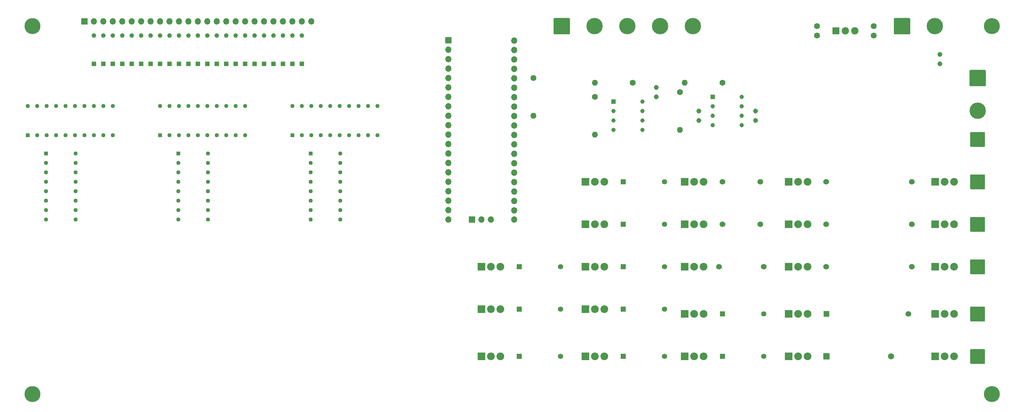
<source format=gbs>
%TF.GenerationSoftware,KiCad,Pcbnew,(5.1.12)-1*%
%TF.CreationDate,2022-01-28T10:52:39+13:00*%
%TF.ProjectId,switch_board,73776974-6368-45f6-926f-6172642e6b69,rev?*%
%TF.SameCoordinates,Original*%
%TF.FileFunction,Soldermask,Bot*%
%TF.FilePolarity,Negative*%
%FSLAX46Y46*%
G04 Gerber Fmt 4.6, Leading zero omitted, Abs format (unit mm)*
G04 Created by KiCad (PCBNEW (5.1.12)-1) date 2022-01-28 10:52:39*
%MOMM*%
%LPD*%
G01*
G04 APERTURE LIST*
%ADD10C,4.300000*%
%ADD11C,4.400000*%
%ADD12R,1.130000X1.130000*%
%ADD13C,1.130000*%
%ADD14C,1.244600*%
%ADD15R,1.244600X1.244600*%
%ADD16C,1.600000*%
%ADD17C,1.316000*%
%ADD18R,1.159000X1.159000*%
%ADD19C,1.159000*%
%ADD20R,1.700000X1.700000*%
%ADD21O,1.700000X1.700000*%
%ADD22R,2.070000X2.070000*%
%ADD23C,2.070000*%
%ADD24O,1.600000X1.600000*%
%ADD25R,1.524000X1.524000*%
%ADD26C,1.524000*%
%ADD27R,1.397000X1.397000*%
%ADD28C,1.397000*%
%ADD29R,1.651000X1.651000*%
%ADD30C,1.651000*%
%ADD31R,1.980000X1.980000*%
%ADD32C,1.980000*%
G04 APERTURE END LIST*
D10*
%TO.C,REF\u002A\u002A*%
X20320000Y-17780000D03*
%TD*%
%TO.C,REF\u002A\u002A*%
X20320000Y-116840000D03*
%TD*%
%TO.C,REF\u002A\u002A*%
X278130000Y-116840000D03*
%TD*%
%TO.C,REF\u002A\u002A*%
X278130000Y-17780000D03*
%TD*%
%TO.C,J1*%
G36*
G01*
X160360000Y-19730001D02*
X160360000Y-15829999D01*
G75*
G02*
X160609999Y-15580000I249999J0D01*
G01*
X164510001Y-15580000D01*
G75*
G02*
X164760000Y-15829999I0J-249999D01*
G01*
X164760000Y-19730001D01*
G75*
G02*
X164510001Y-19980000I-249999J0D01*
G01*
X160609999Y-19980000D01*
G75*
G02*
X160360000Y-19730001I0J249999D01*
G01*
G37*
D11*
X171360000Y-17780000D03*
X180160000Y-17780000D03*
X188960000Y-17780000D03*
X197760000Y-17780000D03*
%TD*%
D12*
%TO.C,IC5*%
X54610000Y-47150000D03*
D13*
X57150000Y-47150000D03*
X59690000Y-47150000D03*
X62230000Y-47150000D03*
X64770000Y-47150000D03*
X67310000Y-47150000D03*
X69850000Y-47150000D03*
X72390000Y-47150000D03*
X74930000Y-47150000D03*
X77470000Y-47150000D03*
X77470000Y-39210000D03*
X74930000Y-39210000D03*
X72390000Y-39210000D03*
X69850000Y-39210000D03*
X67310000Y-39210000D03*
X64770000Y-39210000D03*
X62230000Y-39210000D03*
X59690000Y-39210000D03*
X57150000Y-39210000D03*
X54610000Y-39210000D03*
%TD*%
%TO.C,IC4*%
X19050000Y-39210000D03*
X21590000Y-39210000D03*
X24130000Y-39210000D03*
X26670000Y-39210000D03*
X29210000Y-39210000D03*
X31750000Y-39210000D03*
X34290000Y-39210000D03*
X36830000Y-39210000D03*
X39370000Y-39210000D03*
X41910000Y-39210000D03*
X41910000Y-47150000D03*
X39370000Y-47150000D03*
X36830000Y-47150000D03*
X34290000Y-47150000D03*
X31750000Y-47150000D03*
X29210000Y-47150000D03*
X26670000Y-47150000D03*
X24130000Y-47150000D03*
X21590000Y-47150000D03*
D12*
X19050000Y-47150000D03*
%TD*%
D14*
%TO.C,R23*%
X36830000Y-20320000D03*
D15*
X36830000Y-27940000D03*
%TD*%
D16*
%TO.C,C1*%
X231140000Y-20280000D03*
X231140000Y-17780000D03*
%TD*%
%TO.C,C2*%
X246380000Y-17780000D03*
X246380000Y-20280000D03*
%TD*%
D17*
%TO.C,C3*%
X199390000Y-43180000D03*
X199390000Y-40640000D03*
%TD*%
%TO.C,C4*%
X214630000Y-40640000D03*
X214630000Y-43180000D03*
%TD*%
%TO.C,C5*%
X264160000Y-27940000D03*
X264160000Y-25400000D03*
%TD*%
%TO.C,C6*%
X187960000Y-36830000D03*
X187960000Y-34290000D03*
%TD*%
D13*
%TO.C,IC1*%
X31910000Y-52070000D03*
X31910000Y-54610000D03*
X31910000Y-57150000D03*
X31910000Y-59690000D03*
X31910000Y-62230000D03*
X31910000Y-64770000D03*
X31910000Y-67310000D03*
X31910000Y-69850000D03*
X23970000Y-69850000D03*
X23970000Y-67310000D03*
X23970000Y-64770000D03*
X23970000Y-62230000D03*
X23970000Y-59690000D03*
X23970000Y-57150000D03*
X23970000Y-54610000D03*
D12*
X23970000Y-52070000D03*
%TD*%
%TO.C,IC2*%
X59530000Y-52070000D03*
D13*
X59530000Y-54610000D03*
X59530000Y-57150000D03*
X59530000Y-59690000D03*
X59530000Y-62230000D03*
X59530000Y-64770000D03*
X59530000Y-67310000D03*
X59530000Y-69850000D03*
X67470000Y-69850000D03*
X67470000Y-67310000D03*
X67470000Y-64770000D03*
X67470000Y-62230000D03*
X67470000Y-59690000D03*
X67470000Y-57150000D03*
X67470000Y-54610000D03*
X67470000Y-52070000D03*
%TD*%
D12*
%TO.C,IC3*%
X95090000Y-52070000D03*
D13*
X95090000Y-54610000D03*
X95090000Y-57150000D03*
X95090000Y-59690000D03*
X95090000Y-62230000D03*
X95090000Y-64770000D03*
X95090000Y-67310000D03*
X95090000Y-69850000D03*
X103030000Y-69850000D03*
X103030000Y-67310000D03*
X103030000Y-64770000D03*
X103030000Y-62230000D03*
X103030000Y-59690000D03*
X103030000Y-57150000D03*
X103030000Y-54610000D03*
X103030000Y-52070000D03*
%TD*%
D12*
%TO.C,IC6*%
X90170000Y-47150000D03*
D13*
X92710000Y-47150000D03*
X95250000Y-47150000D03*
X97790000Y-47150000D03*
X100330000Y-47150000D03*
X102870000Y-47150000D03*
X105410000Y-47150000D03*
X107950000Y-47150000D03*
X110490000Y-47150000D03*
X113030000Y-47150000D03*
X113030000Y-39210000D03*
X110490000Y-39210000D03*
X107950000Y-39210000D03*
X105410000Y-39210000D03*
X102870000Y-39210000D03*
X100330000Y-39210000D03*
X97790000Y-39210000D03*
X95250000Y-39210000D03*
X92710000Y-39210000D03*
X90170000Y-39210000D03*
%TD*%
D18*
%TO.C,IC8*%
X203105000Y-36830000D03*
D19*
X203105000Y-39370000D03*
X203105000Y-41910000D03*
X203105000Y-44450000D03*
X210915000Y-44450000D03*
X210915000Y-41910000D03*
X210915000Y-39370000D03*
X210915000Y-36830000D03*
%TD*%
%TO.C,IC9*%
X184245000Y-38100000D03*
X184245000Y-40640000D03*
X184245000Y-43180000D03*
X184245000Y-45720000D03*
X176435000Y-45720000D03*
X176435000Y-43180000D03*
X176435000Y-40640000D03*
D18*
X176435000Y-38100000D03*
%TD*%
D11*
%TO.C,J2*%
X262800000Y-17780000D03*
G36*
G01*
X251800000Y-19730001D02*
X251800000Y-15829999D01*
G75*
G02*
X252049999Y-15580000I249999J0D01*
G01*
X255950001Y-15580000D01*
G75*
G02*
X256200000Y-15829999I0J-249999D01*
G01*
X256200000Y-19730001D01*
G75*
G02*
X255950001Y-19980000I-249999J0D01*
G01*
X252049999Y-19980000D01*
G75*
G02*
X251800000Y-19730001I0J249999D01*
G01*
G37*
%TD*%
%TO.C,J3*%
G36*
G01*
X272320000Y-61440000D02*
X272320000Y-57940000D01*
G75*
G02*
X272570000Y-57690000I250000J0D01*
G01*
X276070000Y-57690000D01*
G75*
G02*
X276320000Y-57940000I0J-250000D01*
G01*
X276320000Y-61440000D01*
G75*
G02*
X276070000Y-61690000I-250000J0D01*
G01*
X272570000Y-61690000D01*
G75*
G02*
X272320000Y-61440000I0J250000D01*
G01*
G37*
%TD*%
%TO.C,J4*%
G36*
G01*
X272320000Y-72870000D02*
X272320000Y-69370000D01*
G75*
G02*
X272570000Y-69120000I250000J0D01*
G01*
X276070000Y-69120000D01*
G75*
G02*
X276320000Y-69370000I0J-250000D01*
G01*
X276320000Y-72870000D01*
G75*
G02*
X276070000Y-73120000I-250000J0D01*
G01*
X272570000Y-73120000D01*
G75*
G02*
X272320000Y-72870000I0J250000D01*
G01*
G37*
%TD*%
%TO.C,J5*%
G36*
G01*
X272320000Y-84300000D02*
X272320000Y-80800000D01*
G75*
G02*
X272570000Y-80550000I250000J0D01*
G01*
X276070000Y-80550000D01*
G75*
G02*
X276320000Y-80800000I0J-250000D01*
G01*
X276320000Y-84300000D01*
G75*
G02*
X276070000Y-84550000I-250000J0D01*
G01*
X272570000Y-84550000D01*
G75*
G02*
X272320000Y-84300000I0J250000D01*
G01*
G37*
%TD*%
%TO.C,J6*%
G36*
G01*
X272320000Y-97000000D02*
X272320000Y-93500000D01*
G75*
G02*
X272570000Y-93250000I250000J0D01*
G01*
X276070000Y-93250000D01*
G75*
G02*
X276320000Y-93500000I0J-250000D01*
G01*
X276320000Y-97000000D01*
G75*
G02*
X276070000Y-97250000I-250000J0D01*
G01*
X272570000Y-97250000D01*
G75*
G02*
X272320000Y-97000000I0J250000D01*
G01*
G37*
%TD*%
%TO.C,J7*%
G36*
G01*
X272320000Y-108430000D02*
X272320000Y-104930000D01*
G75*
G02*
X272570000Y-104680000I250000J0D01*
G01*
X276070000Y-104680000D01*
G75*
G02*
X276320000Y-104930000I0J-250000D01*
G01*
X276320000Y-108430000D01*
G75*
G02*
X276070000Y-108680000I-250000J0D01*
G01*
X272570000Y-108680000D01*
G75*
G02*
X272320000Y-108430000I0J250000D01*
G01*
G37*
%TD*%
%TO.C,J8*%
G36*
G01*
X272320000Y-50010000D02*
X272320000Y-46510000D01*
G75*
G02*
X272570000Y-46260000I250000J0D01*
G01*
X276070000Y-46260000D01*
G75*
G02*
X276320000Y-46510000I0J-250000D01*
G01*
X276320000Y-50010000D01*
G75*
G02*
X276070000Y-50260000I-250000J0D01*
G01*
X272570000Y-50260000D01*
G75*
G02*
X272320000Y-50010000I0J250000D01*
G01*
G37*
%TD*%
D20*
%TO.C,LED_Out1*%
X34290000Y-16510000D03*
D21*
X36830000Y-16510000D03*
X39370000Y-16510000D03*
X41910000Y-16510000D03*
X44450000Y-16510000D03*
X46990000Y-16510000D03*
X49530000Y-16510000D03*
X52070000Y-16510000D03*
X54610000Y-16510000D03*
X57150000Y-16510000D03*
X59690000Y-16510000D03*
X62230000Y-16510000D03*
X64770000Y-16510000D03*
X67310000Y-16510000D03*
X69850000Y-16510000D03*
X72390000Y-16510000D03*
X74930000Y-16510000D03*
X77470000Y-16510000D03*
X80010000Y-16510000D03*
X82550000Y-16510000D03*
X85090000Y-16510000D03*
X87630000Y-16510000D03*
X90170000Y-16510000D03*
X92710000Y-16510000D03*
X95250000Y-16510000D03*
%TD*%
%TO.C,M1*%
G36*
G01*
X272369999Y-29550000D02*
X276270001Y-29550000D01*
G75*
G02*
X276520000Y-29799999I0J-249999D01*
G01*
X276520000Y-33700001D01*
G75*
G02*
X276270001Y-33950000I-249999J0D01*
G01*
X272369999Y-33950000D01*
G75*
G02*
X272120000Y-33700001I0J249999D01*
G01*
X272120000Y-29799999D01*
G75*
G02*
X272369999Y-29550000I249999J0D01*
G01*
G37*
D11*
X274320000Y-40550000D03*
%TD*%
D22*
%TO.C,Q1*%
X223520000Y-95250000D03*
D23*
X226060000Y-95250000D03*
X228600000Y-95250000D03*
%TD*%
%TO.C,Q2*%
X173990000Y-106680000D03*
X171450000Y-106680000D03*
D22*
X168910000Y-106680000D03*
%TD*%
%TO.C,Q3*%
X223520000Y-106680000D03*
D23*
X226060000Y-106680000D03*
X228600000Y-106680000D03*
%TD*%
%TO.C,Q4*%
X200660000Y-82550000D03*
X198120000Y-82550000D03*
D22*
X195580000Y-82550000D03*
%TD*%
%TO.C,Q5*%
X168910000Y-71120000D03*
D23*
X171450000Y-71120000D03*
X173990000Y-71120000D03*
%TD*%
%TO.C,Q6*%
X228600000Y-71120000D03*
X226060000Y-71120000D03*
D22*
X223520000Y-71120000D03*
%TD*%
%TO.C,Q7*%
X223520000Y-82550000D03*
D23*
X226060000Y-82550000D03*
X228600000Y-82550000D03*
%TD*%
D22*
%TO.C,Q8*%
X223520000Y-59690000D03*
D23*
X226060000Y-59690000D03*
X228600000Y-59690000D03*
%TD*%
%TO.C,Q9*%
X173990000Y-82550000D03*
X171450000Y-82550000D03*
D22*
X168910000Y-82550000D03*
%TD*%
D23*
%TO.C,Q10*%
X146050000Y-82550000D03*
X143510000Y-82550000D03*
D22*
X140970000Y-82550000D03*
%TD*%
D23*
%TO.C,Q11*%
X200660000Y-59690000D03*
X198120000Y-59690000D03*
D22*
X195580000Y-59690000D03*
%TD*%
%TO.C,Q12*%
X195580000Y-71120000D03*
D23*
X198120000Y-71120000D03*
X200660000Y-71120000D03*
%TD*%
D22*
%TO.C,Q13*%
X168910000Y-59690000D03*
D23*
X171450000Y-59690000D03*
X173990000Y-59690000D03*
%TD*%
D22*
%TO.C,Q14*%
X140970000Y-93980000D03*
D23*
X143510000Y-93980000D03*
X146050000Y-93980000D03*
%TD*%
%TO.C,Q15*%
X146050000Y-106680000D03*
X143510000Y-106680000D03*
D22*
X140970000Y-106680000D03*
%TD*%
%TO.C,Q16*%
X168910000Y-93980000D03*
D23*
X171450000Y-93980000D03*
X173990000Y-93980000D03*
%TD*%
%TO.C,Q17*%
X200660000Y-95250000D03*
X198120000Y-95250000D03*
D22*
X195580000Y-95250000D03*
%TD*%
%TO.C,Q18*%
X195580000Y-106680000D03*
D23*
X198120000Y-106680000D03*
X200660000Y-106680000D03*
%TD*%
%TO.C,Q19*%
X267970000Y-59690000D03*
X265430000Y-59690000D03*
D22*
X262890000Y-59690000D03*
%TD*%
%TO.C,Q20*%
X262890000Y-71120000D03*
D23*
X265430000Y-71120000D03*
X267970000Y-71120000D03*
%TD*%
%TO.C,Q21*%
X267970000Y-82550000D03*
X265430000Y-82550000D03*
D22*
X262890000Y-82550000D03*
%TD*%
%TO.C,Q22*%
X262890000Y-95250000D03*
D23*
X265430000Y-95250000D03*
X267970000Y-95250000D03*
%TD*%
%TO.C,Q23*%
X267970000Y-106680000D03*
X265430000Y-106680000D03*
D22*
X262890000Y-106680000D03*
%TD*%
D24*
%TO.C,R1*%
X195580000Y-33020000D03*
D16*
X205740000Y-33020000D03*
%TD*%
%TO.C,R2*%
X194310000Y-35560000D03*
D24*
X194310000Y-45720000D03*
%TD*%
D16*
%TO.C,R3*%
X171450000Y-36830000D03*
D24*
X171450000Y-46990000D03*
%TD*%
%TO.C,R4*%
X171450000Y-33020000D03*
D16*
X181610000Y-33020000D03*
%TD*%
D25*
%TO.C,R5*%
X233680000Y-95250000D03*
D26*
X255681480Y-95250000D03*
%TD*%
D27*
%TO.C,R6*%
X179070000Y-106680000D03*
D28*
X190172340Y-106680000D03*
%TD*%
D29*
%TO.C,R7*%
X233680000Y-106680000D03*
D30*
X251081539Y-106680000D03*
%TD*%
D26*
%TO.C,R8*%
X204820000Y-82550000D03*
X216820000Y-82550000D03*
%TD*%
D27*
%TO.C,R9*%
X179070000Y-71120000D03*
D28*
X190172340Y-71120000D03*
%TD*%
D26*
%TO.C,R10*%
X233610000Y-71120000D03*
X256610000Y-71120000D03*
%TD*%
%TO.C,R11*%
X233610000Y-82550000D03*
X256610000Y-82550000D03*
%TD*%
%TO.C,R12*%
X256610000Y-59690000D03*
X233610000Y-59690000D03*
%TD*%
D28*
%TO.C,R13*%
X190172340Y-82550000D03*
D27*
X179070000Y-82550000D03*
%TD*%
%TO.C,R14*%
X151130000Y-82550000D03*
D28*
X162232340Y-82550000D03*
%TD*%
D26*
%TO.C,R15*%
X215920000Y-59690000D03*
X205720000Y-59690000D03*
%TD*%
%TO.C,R16*%
X205720000Y-71120000D03*
X215920000Y-71120000D03*
%TD*%
D28*
%TO.C,R17*%
X190172340Y-59690000D03*
D27*
X179070000Y-59690000D03*
%TD*%
%TO.C,R18*%
X151130000Y-93980000D03*
D28*
X162232340Y-93980000D03*
%TD*%
%TO.C,R19*%
X162232340Y-106680000D03*
D27*
X151130000Y-106680000D03*
%TD*%
D28*
%TO.C,R20*%
X190172340Y-93980000D03*
D27*
X179070000Y-93980000D03*
%TD*%
%TO.C,R21*%
X205740000Y-95250000D03*
D28*
X216842340Y-95250000D03*
%TD*%
%TO.C,R22*%
X216842340Y-106680000D03*
D27*
X205740000Y-106680000D03*
%TD*%
D15*
%TO.C,R24*%
X39370000Y-27940000D03*
D14*
X39370000Y-20320000D03*
%TD*%
D15*
%TO.C,R25*%
X41910000Y-27940000D03*
D14*
X41910000Y-20320000D03*
%TD*%
%TO.C,R26*%
X44450000Y-20320000D03*
D15*
X44450000Y-27940000D03*
%TD*%
D14*
%TO.C,R27*%
X46990000Y-20320000D03*
D15*
X46990000Y-27940000D03*
%TD*%
%TO.C,R28*%
X49530000Y-27940000D03*
D14*
X49530000Y-20320000D03*
%TD*%
D15*
%TO.C,R29*%
X52070000Y-27940000D03*
D14*
X52070000Y-20320000D03*
%TD*%
%TO.C,R30*%
X54610000Y-20320000D03*
D15*
X54610000Y-27940000D03*
%TD*%
D14*
%TO.C,R31*%
X57150000Y-20320000D03*
D15*
X57150000Y-27940000D03*
%TD*%
%TO.C,R32*%
X59690000Y-27940000D03*
D14*
X59690000Y-20320000D03*
%TD*%
D15*
%TO.C,R33*%
X62230000Y-27940000D03*
D14*
X62230000Y-20320000D03*
%TD*%
%TO.C,R34*%
X64770000Y-20320000D03*
D15*
X64770000Y-27940000D03*
%TD*%
D14*
%TO.C,R35*%
X67310000Y-20320000D03*
D15*
X67310000Y-27940000D03*
%TD*%
%TO.C,R36*%
X69850000Y-27940000D03*
D14*
X69850000Y-20320000D03*
%TD*%
D15*
%TO.C,R37*%
X72390000Y-27940000D03*
D14*
X72390000Y-20320000D03*
%TD*%
%TO.C,R38*%
X74930000Y-20320000D03*
D15*
X74930000Y-27940000D03*
%TD*%
D14*
%TO.C,R39*%
X77470000Y-20320000D03*
D15*
X77470000Y-27940000D03*
%TD*%
%TO.C,R40*%
X80010000Y-27940000D03*
D14*
X80010000Y-20320000D03*
%TD*%
D15*
%TO.C,R41*%
X82550000Y-27940000D03*
D14*
X82550000Y-20320000D03*
%TD*%
%TO.C,R42*%
X85090000Y-20320000D03*
D15*
X85090000Y-27940000D03*
%TD*%
D14*
%TO.C,R43*%
X87630000Y-20320000D03*
D15*
X87630000Y-27940000D03*
%TD*%
%TO.C,R44*%
X90170000Y-27940000D03*
D14*
X90170000Y-20320000D03*
%TD*%
D15*
%TO.C,R45*%
X92710000Y-27940000D03*
D14*
X92710000Y-20320000D03*
%TD*%
D16*
%TO.C,R46*%
X154940000Y-31750000D03*
D24*
X154940000Y-41910000D03*
%TD*%
D21*
%TO.C,U1*%
X149800000Y-69850000D03*
D20*
X132080000Y-21590000D03*
D21*
X132080000Y-24130000D03*
X132080000Y-26670000D03*
X132080000Y-29210000D03*
X132080000Y-31750000D03*
X132080000Y-34290000D03*
X132080000Y-36830000D03*
X132080000Y-39370000D03*
X132080000Y-41910000D03*
X132080000Y-44450000D03*
X132080000Y-46990000D03*
X132080000Y-49530000D03*
X132080000Y-52070000D03*
X132080000Y-54610000D03*
X132080000Y-57150000D03*
X132080000Y-59690000D03*
X132080000Y-62230000D03*
X132080000Y-64770000D03*
X132080000Y-67310000D03*
X132080000Y-69850000D03*
X149800000Y-21650000D03*
X149800000Y-24190000D03*
X149800000Y-26730000D03*
X149800000Y-29270000D03*
X149800000Y-31810000D03*
X149800000Y-34350000D03*
X149800000Y-36890000D03*
X149800000Y-39430000D03*
X149800000Y-41970000D03*
X149800000Y-44510000D03*
X149800000Y-47050000D03*
X149800000Y-49590000D03*
X149800000Y-52130000D03*
X149800000Y-54670000D03*
X149800000Y-57210000D03*
X149800000Y-59750000D03*
X149800000Y-62290000D03*
X149800000Y-64830000D03*
X149800000Y-67370000D03*
D20*
X138430000Y-69850000D03*
D21*
X143510000Y-69850000D03*
X140970000Y-69850000D03*
%TD*%
D31*
%TO.C,U2*%
X236220000Y-19050000D03*
D32*
X238770000Y-19050000D03*
X241320000Y-19050000D03*
%TD*%
M02*

</source>
